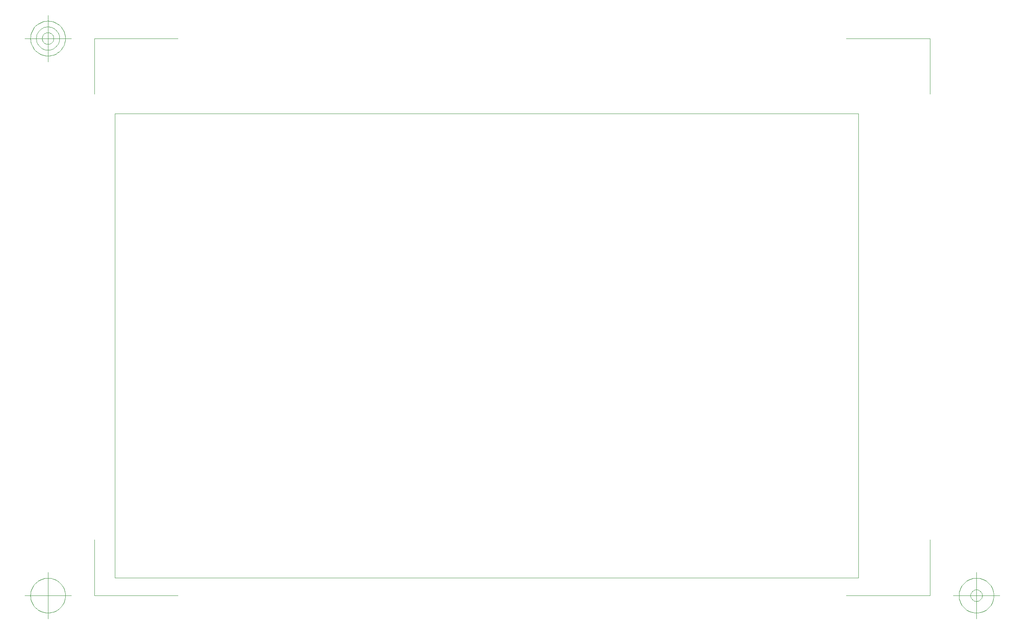
<source format=gbr>
G04 Generated by Ultiboard 10.0 *
%FSLAX25Y25*%
%MOIN*%

%ADD23C,0.00004*%
%ADD22C,0.00394*%


G04 ColorRGB 00FFFF for the following layer *
%LNLeiterplattenumriss*%
%LPD*%
%FSLAX25Y25*%
%MOIN*%
G54D23*
X0Y0D02*
X629921Y0D01*
X629921Y0D02*
X629921Y393701D01*
X629921Y393701D02*
X0Y393701D01*
X0Y393701D02*
X0Y0D01*
X0Y0D02*
X629921Y0D01*
X629921Y0D02*
X629921Y393701D01*
X629921Y393701D02*
X0Y393701D01*
X0Y393701D02*
X0Y0D01*
G54D22*
X-17512Y-14937D02*
X-17512Y32308D01*
X-17512Y-14937D02*
X53291Y-14937D01*
X690512Y-14937D02*
X619709Y-14937D01*
X690512Y-14937D02*
X690512Y32308D01*
X690512Y457512D02*
X690512Y410267D01*
X690512Y457512D02*
X619709Y457512D01*
X-17512Y457512D02*
X53291Y457512D01*
X-17512Y457512D02*
X-17512Y410267D01*
X-37197Y-14937D02*
X-76567Y-14937D01*
X-56882Y-34622D02*
X-56882Y4748D01*
X-42118Y-14937D02*
X-42189Y-13490D01*
X-42189Y-13490D02*
X-42402Y-12057D01*
X-42402Y-12057D02*
X-42754Y-10651D01*
X-42754Y-10651D02*
X-43242Y-9287D01*
X-43242Y-9287D02*
X-43861Y-7977D01*
X-43861Y-7977D02*
X-44606Y-6735D01*
X-44606Y-6735D02*
X-45469Y-5571D01*
X-45469Y-5571D02*
X-46442Y-4497D01*
X-46442Y-4497D02*
X-47516Y-3524D01*
X-47516Y-3524D02*
X-48680Y-2661D01*
X-48680Y-2661D02*
X-49922Y-1917D01*
X-49922Y-1917D02*
X-51232Y-1297D01*
X-51232Y-1297D02*
X-52596Y-809D01*
X-52596Y-809D02*
X-54002Y-457D01*
X-54002Y-457D02*
X-55435Y-244D01*
X-55435Y-244D02*
X-56882Y-173D01*
X-56882Y-173D02*
X-58329Y-244D01*
X-58329Y-244D02*
X-59762Y-457D01*
X-59762Y-457D02*
X-61168Y-809D01*
X-61168Y-809D02*
X-62532Y-1297D01*
X-62532Y-1297D02*
X-63841Y-1917D01*
X-63841Y-1917D02*
X-65084Y-2661D01*
X-65084Y-2661D02*
X-66248Y-3524D01*
X-66248Y-3524D02*
X-67321Y-4497D01*
X-67321Y-4497D02*
X-68294Y-5571D01*
X-68294Y-5571D02*
X-69158Y-6735D01*
X-69158Y-6735D02*
X-69902Y-7977D01*
X-69902Y-7977D02*
X-70522Y-9287D01*
X-70522Y-9287D02*
X-71010Y-10651D01*
X-71010Y-10651D02*
X-71362Y-12057D01*
X-71362Y-12057D02*
X-71575Y-13490D01*
X-71575Y-13490D02*
X-71646Y-14937D01*
X-71646Y-14937D02*
X-71575Y-16384D01*
X-71575Y-16384D02*
X-71362Y-17817D01*
X-71362Y-17817D02*
X-71010Y-19223D01*
X-71010Y-19223D02*
X-70522Y-20587D01*
X-70522Y-20587D02*
X-69902Y-21897D01*
X-69902Y-21897D02*
X-69158Y-23139D01*
X-69158Y-23139D02*
X-68294Y-24303D01*
X-68294Y-24303D02*
X-67321Y-25377D01*
X-67321Y-25377D02*
X-66248Y-26350D01*
X-66248Y-26350D02*
X-65084Y-27213D01*
X-65084Y-27213D02*
X-63841Y-27957D01*
X-63841Y-27957D02*
X-62532Y-28577D01*
X-62532Y-28577D02*
X-61168Y-29065D01*
X-61168Y-29065D02*
X-59762Y-29417D01*
X-59762Y-29417D02*
X-58329Y-29630D01*
X-58329Y-29630D02*
X-56882Y-29701D01*
X-56882Y-29701D02*
X-55435Y-29630D01*
X-55435Y-29630D02*
X-54002Y-29417D01*
X-54002Y-29417D02*
X-52596Y-29065D01*
X-52596Y-29065D02*
X-51232Y-28577D01*
X-51232Y-28577D02*
X-49922Y-27957D01*
X-49922Y-27957D02*
X-48680Y-27213D01*
X-48680Y-27213D02*
X-47516Y-26350D01*
X-47516Y-26350D02*
X-46442Y-25377D01*
X-46442Y-25377D02*
X-45469Y-24303D01*
X-45469Y-24303D02*
X-44606Y-23139D01*
X-44606Y-23139D02*
X-43861Y-21897D01*
X-43861Y-21897D02*
X-43242Y-20587D01*
X-43242Y-20587D02*
X-42754Y-19223D01*
X-42754Y-19223D02*
X-42402Y-17817D01*
X-42402Y-17817D02*
X-42189Y-16384D01*
X-42189Y-16384D02*
X-42118Y-14937D01*
X710197Y-14937D02*
X749567Y-14937D01*
X729882Y-34622D02*
X729882Y4748D01*
X744646Y-14937D02*
X744575Y-13490D01*
X744575Y-13490D02*
X744362Y-12057D01*
X744362Y-12057D02*
X744010Y-10651D01*
X744010Y-10651D02*
X743522Y-9287D01*
X743522Y-9287D02*
X742902Y-7977D01*
X742902Y-7977D02*
X742158Y-6735D01*
X742158Y-6735D02*
X741294Y-5571D01*
X741294Y-5571D02*
X740321Y-4497D01*
X740321Y-4497D02*
X739248Y-3524D01*
X739248Y-3524D02*
X738084Y-2661D01*
X738084Y-2661D02*
X736841Y-1917D01*
X736841Y-1917D02*
X735532Y-1297D01*
X735532Y-1297D02*
X734168Y-809D01*
X734168Y-809D02*
X732762Y-457D01*
X732762Y-457D02*
X731329Y-244D01*
X731329Y-244D02*
X729882Y-173D01*
X729882Y-173D02*
X728435Y-244D01*
X728435Y-244D02*
X727002Y-457D01*
X727002Y-457D02*
X725596Y-809D01*
X725596Y-809D02*
X724232Y-1297D01*
X724232Y-1297D02*
X722922Y-1917D01*
X722922Y-1917D02*
X721680Y-2661D01*
X721680Y-2661D02*
X720516Y-3524D01*
X720516Y-3524D02*
X719442Y-4497D01*
X719442Y-4497D02*
X718469Y-5571D01*
X718469Y-5571D02*
X717606Y-6735D01*
X717606Y-6735D02*
X716861Y-7977D01*
X716861Y-7977D02*
X716242Y-9287D01*
X716242Y-9287D02*
X715754Y-10651D01*
X715754Y-10651D02*
X715402Y-12057D01*
X715402Y-12057D02*
X715189Y-13490D01*
X715189Y-13490D02*
X715118Y-14937D01*
X715118Y-14937D02*
X715189Y-16384D01*
X715189Y-16384D02*
X715402Y-17817D01*
X715402Y-17817D02*
X715754Y-19223D01*
X715754Y-19223D02*
X716242Y-20587D01*
X716242Y-20587D02*
X716861Y-21897D01*
X716861Y-21897D02*
X717606Y-23139D01*
X717606Y-23139D02*
X718469Y-24303D01*
X718469Y-24303D02*
X719442Y-25377D01*
X719442Y-25377D02*
X720516Y-26350D01*
X720516Y-26350D02*
X721680Y-27213D01*
X721680Y-27213D02*
X722922Y-27957D01*
X722922Y-27957D02*
X724232Y-28577D01*
X724232Y-28577D02*
X725596Y-29065D01*
X725596Y-29065D02*
X727002Y-29417D01*
X727002Y-29417D02*
X728435Y-29630D01*
X728435Y-29630D02*
X729882Y-29701D01*
X729882Y-29701D02*
X731329Y-29630D01*
X731329Y-29630D02*
X732762Y-29417D01*
X732762Y-29417D02*
X734168Y-29065D01*
X734168Y-29065D02*
X735532Y-28577D01*
X735532Y-28577D02*
X736841Y-27957D01*
X736841Y-27957D02*
X738084Y-27213D01*
X738084Y-27213D02*
X739248Y-26350D01*
X739248Y-26350D02*
X740321Y-25377D01*
X740321Y-25377D02*
X741294Y-24303D01*
X741294Y-24303D02*
X742158Y-23139D01*
X742158Y-23139D02*
X742902Y-21897D01*
X742902Y-21897D02*
X743522Y-20587D01*
X743522Y-20587D02*
X744010Y-19223D01*
X744010Y-19223D02*
X744362Y-17817D01*
X744362Y-17817D02*
X744575Y-16384D01*
X744575Y-16384D02*
X744646Y-14937D01*
X734803Y-14937D02*
X734779Y-14455D01*
X734779Y-14455D02*
X734709Y-13977D01*
X734709Y-13977D02*
X734591Y-13508D01*
X734591Y-13508D02*
X734429Y-13054D01*
X734429Y-13054D02*
X734222Y-12617D01*
X734222Y-12617D02*
X733974Y-12203D01*
X733974Y-12203D02*
X733686Y-11815D01*
X733686Y-11815D02*
X733362Y-11457D01*
X733362Y-11457D02*
X733004Y-11133D01*
X733004Y-11133D02*
X732616Y-10845D01*
X732616Y-10845D02*
X732202Y-10597D01*
X732202Y-10597D02*
X731765Y-10390D01*
X731765Y-10390D02*
X731310Y-10228D01*
X731310Y-10228D02*
X730842Y-10110D01*
X730842Y-10110D02*
X730364Y-10039D01*
X730364Y-10039D02*
X729882Y-10016D01*
X729882Y-10016D02*
X729400Y-10039D01*
X729400Y-10039D02*
X728922Y-10110D01*
X728922Y-10110D02*
X728453Y-10228D01*
X728453Y-10228D02*
X727999Y-10390D01*
X727999Y-10390D02*
X727562Y-10597D01*
X727562Y-10597D02*
X727148Y-10845D01*
X727148Y-10845D02*
X726760Y-11133D01*
X726760Y-11133D02*
X726402Y-11457D01*
X726402Y-11457D02*
X726078Y-11815D01*
X726078Y-11815D02*
X725790Y-12203D01*
X725790Y-12203D02*
X725542Y-12617D01*
X725542Y-12617D02*
X725335Y-13054D01*
X725335Y-13054D02*
X725173Y-13508D01*
X725173Y-13508D02*
X725055Y-13977D01*
X725055Y-13977D02*
X724984Y-14455D01*
X724984Y-14455D02*
X724961Y-14937D01*
X724961Y-14937D02*
X724984Y-15419D01*
X724984Y-15419D02*
X725055Y-15897D01*
X725055Y-15897D02*
X725173Y-16366D01*
X725173Y-16366D02*
X725335Y-16820D01*
X725335Y-16820D02*
X725542Y-17257D01*
X725542Y-17257D02*
X725790Y-17671D01*
X725790Y-17671D02*
X726078Y-18059D01*
X726078Y-18059D02*
X726402Y-18417D01*
X726402Y-18417D02*
X726760Y-18741D01*
X726760Y-18741D02*
X727148Y-19029D01*
X727148Y-19029D02*
X727562Y-19277D01*
X727562Y-19277D02*
X727999Y-19484D01*
X727999Y-19484D02*
X728453Y-19646D01*
X728453Y-19646D02*
X728922Y-19764D01*
X728922Y-19764D02*
X729400Y-19835D01*
X729400Y-19835D02*
X729882Y-19858D01*
X729882Y-19858D02*
X730364Y-19835D01*
X730364Y-19835D02*
X730842Y-19764D01*
X730842Y-19764D02*
X731310Y-19646D01*
X731310Y-19646D02*
X731765Y-19484D01*
X731765Y-19484D02*
X732202Y-19277D01*
X732202Y-19277D02*
X732616Y-19029D01*
X732616Y-19029D02*
X733004Y-18741D01*
X733004Y-18741D02*
X733362Y-18417D01*
X733362Y-18417D02*
X733686Y-18059D01*
X733686Y-18059D02*
X733974Y-17671D01*
X733974Y-17671D02*
X734222Y-17257D01*
X734222Y-17257D02*
X734429Y-16820D01*
X734429Y-16820D02*
X734591Y-16366D01*
X734591Y-16366D02*
X734709Y-15897D01*
X734709Y-15897D02*
X734779Y-15419D01*
X734779Y-15419D02*
X734803Y-14937D01*
X-37197Y457512D02*
X-76567Y457512D01*
X-56882Y437827D02*
X-56882Y477197D01*
X-42118Y457512D02*
X-42189Y458959D01*
X-42189Y458959D02*
X-42402Y460392D01*
X-42402Y460392D02*
X-42754Y461798D01*
X-42754Y461798D02*
X-43242Y463162D01*
X-43242Y463162D02*
X-43861Y464471D01*
X-43861Y464471D02*
X-44606Y465714D01*
X-44606Y465714D02*
X-45469Y466878D01*
X-45469Y466878D02*
X-46442Y467951D01*
X-46442Y467951D02*
X-47516Y468924D01*
X-47516Y468924D02*
X-48680Y469787D01*
X-48680Y469787D02*
X-49922Y470532D01*
X-49922Y470532D02*
X-51232Y471152D01*
X-51232Y471152D02*
X-52596Y471640D01*
X-52596Y471640D02*
X-54002Y471992D01*
X-54002Y471992D02*
X-55435Y472205D01*
X-55435Y472205D02*
X-56882Y472276D01*
X-56882Y472276D02*
X-58329Y472205D01*
X-58329Y472205D02*
X-59762Y471992D01*
X-59762Y471992D02*
X-61168Y471640D01*
X-61168Y471640D02*
X-62532Y471152D01*
X-62532Y471152D02*
X-63841Y470532D01*
X-63841Y470532D02*
X-65084Y469787D01*
X-65084Y469787D02*
X-66248Y468924D01*
X-66248Y468924D02*
X-67321Y467951D01*
X-67321Y467951D02*
X-68294Y466878D01*
X-68294Y466878D02*
X-69158Y465714D01*
X-69158Y465714D02*
X-69902Y464471D01*
X-69902Y464471D02*
X-70522Y463162D01*
X-70522Y463162D02*
X-71010Y461798D01*
X-71010Y461798D02*
X-71362Y460392D01*
X-71362Y460392D02*
X-71575Y458959D01*
X-71575Y458959D02*
X-71646Y457512D01*
X-71646Y457512D02*
X-71575Y456065D01*
X-71575Y456065D02*
X-71362Y454632D01*
X-71362Y454632D02*
X-71010Y453226D01*
X-71010Y453226D02*
X-70522Y451862D01*
X-70522Y451862D02*
X-69902Y450552D01*
X-69902Y450552D02*
X-69158Y449310D01*
X-69158Y449310D02*
X-68294Y448146D01*
X-68294Y448146D02*
X-67321Y447072D01*
X-67321Y447072D02*
X-66248Y446099D01*
X-66248Y446099D02*
X-65084Y445236D01*
X-65084Y445236D02*
X-63841Y444491D01*
X-63841Y444491D02*
X-62532Y443872D01*
X-62532Y443872D02*
X-61168Y443384D01*
X-61168Y443384D02*
X-59762Y443032D01*
X-59762Y443032D02*
X-58329Y442819D01*
X-58329Y442819D02*
X-56882Y442748D01*
X-56882Y442748D02*
X-55435Y442819D01*
X-55435Y442819D02*
X-54002Y443032D01*
X-54002Y443032D02*
X-52596Y443384D01*
X-52596Y443384D02*
X-51232Y443872D01*
X-51232Y443872D02*
X-49922Y444491D01*
X-49922Y444491D02*
X-48680Y445236D01*
X-48680Y445236D02*
X-47516Y446099D01*
X-47516Y446099D02*
X-46442Y447072D01*
X-46442Y447072D02*
X-45469Y448146D01*
X-45469Y448146D02*
X-44606Y449310D01*
X-44606Y449310D02*
X-43861Y450552D01*
X-43861Y450552D02*
X-43242Y451862D01*
X-43242Y451862D02*
X-42754Y453226D01*
X-42754Y453226D02*
X-42402Y454632D01*
X-42402Y454632D02*
X-42189Y456065D01*
X-42189Y456065D02*
X-42118Y457512D01*
X-47039Y457512D02*
X-47087Y458477D01*
X-47087Y458477D02*
X-47228Y459432D01*
X-47228Y459432D02*
X-47463Y460369D01*
X-47463Y460369D02*
X-47789Y461278D01*
X-47789Y461278D02*
X-48202Y462152D01*
X-48202Y462152D02*
X-48698Y462980D01*
X-48698Y462980D02*
X-49274Y463756D01*
X-49274Y463756D02*
X-49922Y464472D01*
X-49922Y464472D02*
X-50638Y465120D01*
X-50638Y465120D02*
X-51414Y465696D01*
X-51414Y465696D02*
X-52242Y466192D01*
X-52242Y466192D02*
X-53115Y466605D01*
X-53115Y466605D02*
X-54025Y466931D01*
X-54025Y466931D02*
X-54962Y467165D01*
X-54962Y467165D02*
X-55917Y467307D01*
X-55917Y467307D02*
X-56882Y467354D01*
X-56882Y467354D02*
X-57847Y467307D01*
X-57847Y467307D02*
X-58802Y467165D01*
X-58802Y467165D02*
X-59739Y466931D01*
X-59739Y466931D02*
X-60648Y466605D01*
X-60648Y466605D02*
X-61522Y466192D01*
X-61522Y466192D02*
X-62350Y465696D01*
X-62350Y465696D02*
X-63126Y465120D01*
X-63126Y465120D02*
X-63842Y464472D01*
X-63842Y464472D02*
X-64490Y463756D01*
X-64490Y463756D02*
X-65066Y462980D01*
X-65066Y462980D02*
X-65562Y462152D01*
X-65562Y462152D02*
X-65975Y461278D01*
X-65975Y461278D02*
X-66301Y460369D01*
X-66301Y460369D02*
X-66535Y459432D01*
X-66535Y459432D02*
X-66677Y458477D01*
X-66677Y458477D02*
X-66724Y457512D01*
X-66724Y457512D02*
X-66677Y456547D01*
X-66677Y456547D02*
X-66535Y455592D01*
X-66535Y455592D02*
X-66301Y454655D01*
X-66301Y454655D02*
X-65975Y453745D01*
X-65975Y453745D02*
X-65562Y452872D01*
X-65562Y452872D02*
X-65066Y452044D01*
X-65066Y452044D02*
X-64490Y451268D01*
X-64490Y451268D02*
X-63842Y450552D01*
X-63842Y450552D02*
X-63126Y449903D01*
X-63126Y449903D02*
X-62350Y449328D01*
X-62350Y449328D02*
X-61522Y448831D01*
X-61522Y448831D02*
X-60648Y448419D01*
X-60648Y448419D02*
X-59739Y448093D01*
X-59739Y448093D02*
X-58802Y447858D01*
X-58802Y447858D02*
X-57847Y447717D01*
X-57847Y447717D02*
X-56882Y447669D01*
X-56882Y447669D02*
X-55917Y447717D01*
X-55917Y447717D02*
X-54962Y447858D01*
X-54962Y447858D02*
X-54025Y448093D01*
X-54025Y448093D02*
X-53115Y448419D01*
X-53115Y448419D02*
X-52242Y448831D01*
X-52242Y448831D02*
X-51414Y449328D01*
X-51414Y449328D02*
X-50638Y449903D01*
X-50638Y449903D02*
X-49922Y450552D01*
X-49922Y450552D02*
X-49274Y451268D01*
X-49274Y451268D02*
X-48698Y452044D01*
X-48698Y452044D02*
X-48202Y452872D01*
X-48202Y452872D02*
X-47789Y453745D01*
X-47789Y453745D02*
X-47463Y454655D01*
X-47463Y454655D02*
X-47228Y455592D01*
X-47228Y455592D02*
X-47087Y456547D01*
X-47087Y456547D02*
X-47039Y457512D01*
X-51961Y457512D02*
X-51984Y457994D01*
X-51984Y457994D02*
X-52055Y458472D01*
X-52055Y458472D02*
X-52173Y458940D01*
X-52173Y458940D02*
X-52335Y459395D01*
X-52335Y459395D02*
X-52542Y459832D01*
X-52542Y459832D02*
X-52790Y460246D01*
X-52790Y460246D02*
X-53078Y460634D01*
X-53078Y460634D02*
X-53402Y460992D01*
X-53402Y460992D02*
X-53760Y461316D01*
X-53760Y461316D02*
X-54148Y461604D01*
X-54148Y461604D02*
X-54562Y461852D01*
X-54562Y461852D02*
X-54999Y462058D01*
X-54999Y462058D02*
X-55453Y462221D01*
X-55453Y462221D02*
X-55922Y462339D01*
X-55922Y462339D02*
X-56400Y462409D01*
X-56400Y462409D02*
X-56882Y462433D01*
X-56882Y462433D02*
X-57364Y462409D01*
X-57364Y462409D02*
X-57842Y462339D01*
X-57842Y462339D02*
X-58310Y462221D01*
X-58310Y462221D02*
X-58765Y462058D01*
X-58765Y462058D02*
X-59202Y461852D01*
X-59202Y461852D02*
X-59616Y461604D01*
X-59616Y461604D02*
X-60004Y461316D01*
X-60004Y461316D02*
X-60362Y460992D01*
X-60362Y460992D02*
X-60686Y460634D01*
X-60686Y460634D02*
X-60974Y460246D01*
X-60974Y460246D02*
X-61222Y459832D01*
X-61222Y459832D02*
X-61429Y459395D01*
X-61429Y459395D02*
X-61591Y458940D01*
X-61591Y458940D02*
X-61709Y458472D01*
X-61709Y458472D02*
X-61779Y457994D01*
X-61779Y457994D02*
X-61803Y457512D01*
X-61803Y457512D02*
X-61779Y457029D01*
X-61779Y457029D02*
X-61709Y456552D01*
X-61709Y456552D02*
X-61591Y456083D01*
X-61591Y456083D02*
X-61429Y455629D01*
X-61429Y455629D02*
X-61222Y455192D01*
X-61222Y455192D02*
X-60974Y454778D01*
X-60974Y454778D02*
X-60686Y454390D01*
X-60686Y454390D02*
X-60362Y454032D01*
X-60362Y454032D02*
X-60004Y453708D01*
X-60004Y453708D02*
X-59616Y453420D01*
X-59616Y453420D02*
X-59202Y453172D01*
X-59202Y453172D02*
X-58765Y452965D01*
X-58765Y452965D02*
X-58310Y452802D01*
X-58310Y452802D02*
X-57842Y452685D01*
X-57842Y452685D02*
X-57364Y452614D01*
X-57364Y452614D02*
X-56882Y452591D01*
X-56882Y452591D02*
X-56400Y452614D01*
X-56400Y452614D02*
X-55922Y452685D01*
X-55922Y452685D02*
X-55453Y452802D01*
X-55453Y452802D02*
X-54999Y452965D01*
X-54999Y452965D02*
X-54562Y453172D01*
X-54562Y453172D02*
X-54148Y453420D01*
X-54148Y453420D02*
X-53760Y453708D01*
X-53760Y453708D02*
X-53402Y454032D01*
X-53402Y454032D02*
X-53078Y454390D01*
X-53078Y454390D02*
X-52790Y454778D01*
X-52790Y454778D02*
X-52542Y455192D01*
X-52542Y455192D02*
X-52335Y455629D01*
X-52335Y455629D02*
X-52173Y456083D01*
X-52173Y456083D02*
X-52055Y456552D01*
X-52055Y456552D02*
X-51984Y457029D01*
X-51984Y457029D02*
X-51961Y457512D01*
X-17512Y-14937D02*
X-17512Y32308D01*
X-17512Y-14937D02*
X53291Y-14937D01*
X690512Y-14937D02*
X619709Y-14937D01*
X690512Y-14937D02*
X690512Y32308D01*
X690512Y457512D02*
X690512Y410267D01*
X690512Y457512D02*
X619709Y457512D01*
X-17512Y457512D02*
X53291Y457512D01*
X-17512Y457512D02*
X-17512Y410267D01*
X-37197Y-14937D02*
X-76567Y-14937D01*
X-56882Y-34622D02*
X-56882Y4748D01*
X-42118Y-14937D02*
X-42189Y-13490D01*
X-42189Y-13490D02*
X-42402Y-12057D01*
X-42402Y-12057D02*
X-42754Y-10651D01*
X-42754Y-10651D02*
X-43242Y-9287D01*
X-43242Y-9287D02*
X-43861Y-7977D01*
X-43861Y-7977D02*
X-44606Y-6735D01*
X-44606Y-6735D02*
X-45469Y-5571D01*
X-45469Y-5571D02*
X-46442Y-4497D01*
X-46442Y-4497D02*
X-47516Y-3524D01*
X-47516Y-3524D02*
X-48680Y-2661D01*
X-48680Y-2661D02*
X-49922Y-1917D01*
X-49922Y-1917D02*
X-51232Y-1297D01*
X-51232Y-1297D02*
X-52596Y-809D01*
X-52596Y-809D02*
X-54002Y-457D01*
X-54002Y-457D02*
X-55435Y-244D01*
X-55435Y-244D02*
X-56882Y-173D01*
X-56882Y-173D02*
X-58329Y-244D01*
X-58329Y-244D02*
X-59762Y-457D01*
X-59762Y-457D02*
X-61168Y-809D01*
X-61168Y-809D02*
X-62532Y-1297D01*
X-62532Y-1297D02*
X-63841Y-1917D01*
X-63841Y-1917D02*
X-65084Y-2661D01*
X-65084Y-2661D02*
X-66248Y-3524D01*
X-66248Y-3524D02*
X-67321Y-4497D01*
X-67321Y-4497D02*
X-68294Y-5571D01*
X-68294Y-5571D02*
X-69158Y-6735D01*
X-69158Y-6735D02*
X-69902Y-7977D01*
X-69902Y-7977D02*
X-70522Y-9287D01*
X-70522Y-9287D02*
X-71010Y-10651D01*
X-71010Y-10651D02*
X-71362Y-12057D01*
X-71362Y-12057D02*
X-71575Y-13490D01*
X-71575Y-13490D02*
X-71646Y-14937D01*
X-71646Y-14937D02*
X-71575Y-16384D01*
X-71575Y-16384D02*
X-71362Y-17817D01*
X-71362Y-17817D02*
X-71010Y-19223D01*
X-71010Y-19223D02*
X-70522Y-20587D01*
X-70522Y-20587D02*
X-69902Y-21897D01*
X-69902Y-21897D02*
X-69158Y-23139D01*
X-69158Y-23139D02*
X-68294Y-24303D01*
X-68294Y-24303D02*
X-67321Y-25377D01*
X-67321Y-25377D02*
X-66248Y-26350D01*
X-66248Y-26350D02*
X-65084Y-27213D01*
X-65084Y-27213D02*
X-63841Y-27957D01*
X-63841Y-27957D02*
X-62532Y-28577D01*
X-62532Y-28577D02*
X-61168Y-29065D01*
X-61168Y-29065D02*
X-59762Y-29417D01*
X-59762Y-29417D02*
X-58329Y-29630D01*
X-58329Y-29630D02*
X-56882Y-29701D01*
X-56882Y-29701D02*
X-55435Y-29630D01*
X-55435Y-29630D02*
X-54002Y-29417D01*
X-54002Y-29417D02*
X-52596Y-29065D01*
X-52596Y-29065D02*
X-51232Y-28577D01*
X-51232Y-28577D02*
X-49922Y-27957D01*
X-49922Y-27957D02*
X-48680Y-27213D01*
X-48680Y-27213D02*
X-47516Y-26350D01*
X-47516Y-26350D02*
X-46442Y-25377D01*
X-46442Y-25377D02*
X-45469Y-24303D01*
X-45469Y-24303D02*
X-44606Y-23139D01*
X-44606Y-23139D02*
X-43861Y-21897D01*
X-43861Y-21897D02*
X-43242Y-20587D01*
X-43242Y-20587D02*
X-42754Y-19223D01*
X-42754Y-19223D02*
X-42402Y-17817D01*
X-42402Y-17817D02*
X-42189Y-16384D01*
X-42189Y-16384D02*
X-42118Y-14937D01*
X710197Y-14937D02*
X749567Y-14937D01*
X729882Y-34622D02*
X729882Y4748D01*
X744646Y-14937D02*
X744575Y-13490D01*
X744575Y-13490D02*
X744362Y-12057D01*
X744362Y-12057D02*
X744010Y-10651D01*
X744010Y-10651D02*
X743522Y-9287D01*
X743522Y-9287D02*
X742902Y-7977D01*
X742902Y-7977D02*
X742158Y-6735D01*
X742158Y-6735D02*
X741294Y-5571D01*
X741294Y-5571D02*
X740321Y-4497D01*
X740321Y-4497D02*
X739248Y-3524D01*
X739248Y-3524D02*
X738084Y-2661D01*
X738084Y-2661D02*
X736841Y-1917D01*
X736841Y-1917D02*
X735532Y-1297D01*
X735532Y-1297D02*
X734168Y-809D01*
X734168Y-809D02*
X732762Y-457D01*
X732762Y-457D02*
X731329Y-244D01*
X731329Y-244D02*
X729882Y-173D01*
X729882Y-173D02*
X728435Y-244D01*
X728435Y-244D02*
X727002Y-457D01*
X727002Y-457D02*
X725596Y-809D01*
X725596Y-809D02*
X724232Y-1297D01*
X724232Y-1297D02*
X722922Y-1917D01*
X722922Y-1917D02*
X721680Y-2661D01*
X721680Y-2661D02*
X720516Y-3524D01*
X720516Y-3524D02*
X719442Y-4497D01*
X719442Y-4497D02*
X718469Y-5571D01*
X718469Y-5571D02*
X717606Y-6735D01*
X717606Y-6735D02*
X716861Y-7977D01*
X716861Y-7977D02*
X716242Y-9287D01*
X716242Y-9287D02*
X715754Y-10651D01*
X715754Y-10651D02*
X715402Y-12057D01*
X715402Y-12057D02*
X715189Y-13490D01*
X715189Y-13490D02*
X715118Y-14937D01*
X715118Y-14937D02*
X715189Y-16384D01*
X715189Y-16384D02*
X715402Y-17817D01*
X715402Y-17817D02*
X715754Y-19223D01*
X715754Y-19223D02*
X716242Y-20587D01*
X716242Y-20587D02*
X716861Y-21897D01*
X716861Y-21897D02*
X717606Y-23139D01*
X717606Y-23139D02*
X718469Y-24303D01*
X718469Y-24303D02*
X719442Y-25377D01*
X719442Y-25377D02*
X720516Y-26350D01*
X720516Y-26350D02*
X721680Y-27213D01*
X721680Y-27213D02*
X722922Y-27957D01*
X722922Y-27957D02*
X724232Y-28577D01*
X724232Y-28577D02*
X725596Y-29065D01*
X725596Y-29065D02*
X727002Y-29417D01*
X727002Y-29417D02*
X728435Y-29630D01*
X728435Y-29630D02*
X729882Y-29701D01*
X729882Y-29701D02*
X731329Y-29630D01*
X731329Y-29630D02*
X732762Y-29417D01*
X732762Y-29417D02*
X734168Y-29065D01*
X734168Y-29065D02*
X735532Y-28577D01*
X735532Y-28577D02*
X736841Y-27957D01*
X736841Y-27957D02*
X738084Y-27213D01*
X738084Y-27213D02*
X739248Y-26350D01*
X739248Y-26350D02*
X740321Y-25377D01*
X740321Y-25377D02*
X741294Y-24303D01*
X741294Y-24303D02*
X742158Y-23139D01*
X742158Y-23139D02*
X742902Y-21897D01*
X742902Y-21897D02*
X743522Y-20587D01*
X743522Y-20587D02*
X744010Y-19223D01*
X744010Y-19223D02*
X744362Y-17817D01*
X744362Y-17817D02*
X744575Y-16384D01*
X744575Y-16384D02*
X744646Y-14937D01*
X734803Y-14937D02*
X734779Y-14455D01*
X734779Y-14455D02*
X734709Y-13977D01*
X734709Y-13977D02*
X734591Y-13508D01*
X734591Y-13508D02*
X734429Y-13054D01*
X734429Y-13054D02*
X734222Y-12617D01*
X734222Y-12617D02*
X733974Y-12203D01*
X733974Y-12203D02*
X733686Y-11815D01*
X733686Y-11815D02*
X733362Y-11457D01*
X733362Y-11457D02*
X733004Y-11133D01*
X733004Y-11133D02*
X732616Y-10845D01*
X732616Y-10845D02*
X732202Y-10597D01*
X732202Y-10597D02*
X731765Y-10390D01*
X731765Y-10390D02*
X731310Y-10228D01*
X731310Y-10228D02*
X730842Y-10110D01*
X730842Y-10110D02*
X730364Y-10039D01*
X730364Y-10039D02*
X729882Y-10016D01*
X729882Y-10016D02*
X729400Y-10039D01*
X729400Y-10039D02*
X728922Y-10110D01*
X728922Y-10110D02*
X728453Y-10228D01*
X728453Y-10228D02*
X727999Y-10390D01*
X727999Y-10390D02*
X727562Y-10597D01*
X727562Y-10597D02*
X727148Y-10845D01*
X727148Y-10845D02*
X726760Y-11133D01*
X726760Y-11133D02*
X726402Y-11457D01*
X726402Y-11457D02*
X726078Y-11815D01*
X726078Y-11815D02*
X725790Y-12203D01*
X725790Y-12203D02*
X725542Y-12617D01*
X725542Y-12617D02*
X725335Y-13054D01*
X725335Y-13054D02*
X725173Y-13508D01*
X725173Y-13508D02*
X725055Y-13977D01*
X725055Y-13977D02*
X724984Y-14455D01*
X724984Y-14455D02*
X724961Y-14937D01*
X724961Y-14937D02*
X724984Y-15419D01*
X724984Y-15419D02*
X725055Y-15897D01*
X725055Y-15897D02*
X725173Y-16366D01*
X725173Y-16366D02*
X725335Y-16820D01*
X725335Y-16820D02*
X725542Y-17257D01*
X725542Y-17257D02*
X725790Y-17671D01*
X725790Y-17671D02*
X726078Y-18059D01*
X726078Y-18059D02*
X726402Y-18417D01*
X726402Y-18417D02*
X726760Y-18741D01*
X726760Y-18741D02*
X727148Y-19029D01*
X727148Y-19029D02*
X727562Y-19277D01*
X727562Y-19277D02*
X727999Y-19484D01*
X727999Y-19484D02*
X728453Y-19646D01*
X728453Y-19646D02*
X728922Y-19764D01*
X728922Y-19764D02*
X729400Y-19835D01*
X729400Y-19835D02*
X729882Y-19858D01*
X729882Y-19858D02*
X730364Y-19835D01*
X730364Y-19835D02*
X730842Y-19764D01*
X730842Y-19764D02*
X731310Y-19646D01*
X731310Y-19646D02*
X731765Y-19484D01*
X731765Y-19484D02*
X732202Y-19277D01*
X732202Y-19277D02*
X732616Y-19029D01*
X732616Y-19029D02*
X733004Y-18741D01*
X733004Y-18741D02*
X733362Y-18417D01*
X733362Y-18417D02*
X733686Y-18059D01*
X733686Y-18059D02*
X733974Y-17671D01*
X733974Y-17671D02*
X734222Y-17257D01*
X734222Y-17257D02*
X734429Y-16820D01*
X734429Y-16820D02*
X734591Y-16366D01*
X734591Y-16366D02*
X734709Y-15897D01*
X734709Y-15897D02*
X734779Y-15419D01*
X734779Y-15419D02*
X734803Y-14937D01*
X-37197Y457512D02*
X-76567Y457512D01*
X-56882Y437827D02*
X-56882Y477197D01*
X-42118Y457512D02*
X-42189Y458959D01*
X-42189Y458959D02*
X-42402Y460392D01*
X-42402Y460392D02*
X-42754Y461798D01*
X-42754Y461798D02*
X-43242Y463162D01*
X-43242Y463162D02*
X-43861Y464471D01*
X-43861Y464471D02*
X-44606Y465714D01*
X-44606Y465714D02*
X-45469Y466878D01*
X-45469Y466878D02*
X-46442Y467951D01*
X-46442Y467951D02*
X-47516Y468924D01*
X-47516Y468924D02*
X-48680Y469787D01*
X-48680Y469787D02*
X-49922Y470532D01*
X-49922Y470532D02*
X-51232Y471152D01*
X-51232Y471152D02*
X-52596Y471640D01*
X-52596Y471640D02*
X-54002Y471992D01*
X-54002Y471992D02*
X-55435Y472205D01*
X-55435Y472205D02*
X-56882Y472276D01*
X-56882Y472276D02*
X-58329Y472205D01*
X-58329Y472205D02*
X-59762Y471992D01*
X-59762Y471992D02*
X-61168Y471640D01*
X-61168Y471640D02*
X-62532Y471152D01*
X-62532Y471152D02*
X-63841Y470532D01*
X-63841Y470532D02*
X-65084Y469787D01*
X-65084Y469787D02*
X-66248Y468924D01*
X-66248Y468924D02*
X-67321Y467951D01*
X-67321Y467951D02*
X-68294Y466878D01*
X-68294Y466878D02*
X-69158Y465714D01*
X-69158Y465714D02*
X-69902Y464471D01*
X-69902Y464471D02*
X-70522Y463162D01*
X-70522Y463162D02*
X-71010Y461798D01*
X-71010Y461798D02*
X-71362Y460392D01*
X-71362Y460392D02*
X-71575Y458959D01*
X-71575Y458959D02*
X-71646Y457512D01*
X-71646Y457512D02*
X-71575Y456065D01*
X-71575Y456065D02*
X-71362Y454632D01*
X-71362Y454632D02*
X-71010Y453226D01*
X-71010Y453226D02*
X-70522Y451862D01*
X-70522Y451862D02*
X-69902Y450552D01*
X-69902Y450552D02*
X-69158Y449310D01*
X-69158Y449310D02*
X-68294Y448146D01*
X-68294Y448146D02*
X-67321Y447072D01*
X-67321Y447072D02*
X-66248Y446099D01*
X-66248Y446099D02*
X-65084Y445236D01*
X-65084Y445236D02*
X-63841Y444491D01*
X-63841Y444491D02*
X-62532Y443872D01*
X-62532Y443872D02*
X-61168Y443384D01*
X-61168Y443384D02*
X-59762Y443032D01*
X-59762Y443032D02*
X-58329Y442819D01*
X-58329Y442819D02*
X-56882Y442748D01*
X-56882Y442748D02*
X-55435Y442819D01*
X-55435Y442819D02*
X-54002Y443032D01*
X-54002Y443032D02*
X-52596Y443384D01*
X-52596Y443384D02*
X-51232Y443872D01*
X-51232Y443872D02*
X-49922Y444491D01*
X-49922Y444491D02*
X-48680Y445236D01*
X-48680Y445236D02*
X-47516Y446099D01*
X-47516Y446099D02*
X-46442Y447072D01*
X-46442Y447072D02*
X-45469Y448146D01*
X-45469Y448146D02*
X-44606Y449310D01*
X-44606Y449310D02*
X-43861Y450552D01*
X-43861Y450552D02*
X-43242Y451862D01*
X-43242Y451862D02*
X-42754Y453226D01*
X-42754Y453226D02*
X-42402Y454632D01*
X-42402Y454632D02*
X-42189Y456065D01*
X-42189Y456065D02*
X-42118Y457512D01*
X-47039Y457512D02*
X-47087Y458477D01*
X-47087Y458477D02*
X-47228Y459432D01*
X-47228Y459432D02*
X-47463Y460369D01*
X-47463Y460369D02*
X-47789Y461278D01*
X-47789Y461278D02*
X-48202Y462152D01*
X-48202Y462152D02*
X-48698Y462980D01*
X-48698Y462980D02*
X-49274Y463756D01*
X-49274Y463756D02*
X-49922Y464472D01*
X-49922Y464472D02*
X-50638Y465120D01*
X-50638Y465120D02*
X-51414Y465696D01*
X-51414Y465696D02*
X-52242Y466192D01*
X-52242Y466192D02*
X-53115Y466605D01*
X-53115Y466605D02*
X-54025Y466931D01*
X-54025Y466931D02*
X-54962Y467165D01*
X-54962Y467165D02*
X-55917Y467307D01*
X-55917Y467307D02*
X-56882Y467354D01*
X-56882Y467354D02*
X-57847Y467307D01*
X-57847Y467307D02*
X-58802Y467165D01*
X-58802Y467165D02*
X-59739Y466931D01*
X-59739Y466931D02*
X-60648Y466605D01*
X-60648Y466605D02*
X-61522Y466192D01*
X-61522Y466192D02*
X-62350Y465696D01*
X-62350Y465696D02*
X-63126Y465120D01*
X-63126Y465120D02*
X-63842Y464472D01*
X-63842Y464472D02*
X-64490Y463756D01*
X-64490Y463756D02*
X-65066Y462980D01*
X-65066Y462980D02*
X-65562Y462152D01*
X-65562Y462152D02*
X-65975Y461278D01*
X-65975Y461278D02*
X-66301Y460369D01*
X-66301Y460369D02*
X-66535Y459432D01*
X-66535Y459432D02*
X-66677Y458477D01*
X-66677Y458477D02*
X-66724Y457512D01*
X-66724Y457512D02*
X-66677Y456547D01*
X-66677Y456547D02*
X-66535Y455592D01*
X-66535Y455592D02*
X-66301Y454655D01*
X-66301Y454655D02*
X-65975Y453745D01*
X-65975Y453745D02*
X-65562Y452872D01*
X-65562Y452872D02*
X-65066Y452044D01*
X-65066Y452044D02*
X-64490Y451268D01*
X-64490Y451268D02*
X-63842Y450552D01*
X-63842Y450552D02*
X-63126Y449903D01*
X-63126Y449903D02*
X-62350Y449328D01*
X-62350Y449328D02*
X-61522Y448831D01*
X-61522Y448831D02*
X-60648Y448419D01*
X-60648Y448419D02*
X-59739Y448093D01*
X-59739Y448093D02*
X-58802Y447858D01*
X-58802Y447858D02*
X-57847Y447717D01*
X-57847Y447717D02*
X-56882Y447669D01*
X-56882Y447669D02*
X-55917Y447717D01*
X-55917Y447717D02*
X-54962Y447858D01*
X-54962Y447858D02*
X-54025Y448093D01*
X-54025Y448093D02*
X-53115Y448419D01*
X-53115Y448419D02*
X-52242Y448831D01*
X-52242Y448831D02*
X-51414Y449328D01*
X-51414Y449328D02*
X-50638Y449903D01*
X-50638Y449903D02*
X-49922Y450552D01*
X-49922Y450552D02*
X-49274Y451268D01*
X-49274Y451268D02*
X-48698Y452044D01*
X-48698Y452044D02*
X-48202Y452872D01*
X-48202Y452872D02*
X-47789Y453745D01*
X-47789Y453745D02*
X-47463Y454655D01*
X-47463Y454655D02*
X-47228Y455592D01*
X-47228Y455592D02*
X-47087Y456547D01*
X-47087Y456547D02*
X-47039Y457512D01*
X-51961Y457512D02*
X-51984Y457994D01*
X-51984Y457994D02*
X-52055Y458472D01*
X-52055Y458472D02*
X-52173Y458940D01*
X-52173Y458940D02*
X-52335Y459395D01*
X-52335Y459395D02*
X-52542Y459832D01*
X-52542Y459832D02*
X-52790Y460246D01*
X-52790Y460246D02*
X-53078Y460634D01*
X-53078Y460634D02*
X-53402Y460992D01*
X-53402Y460992D02*
X-53760Y461316D01*
X-53760Y461316D02*
X-54148Y461604D01*
X-54148Y461604D02*
X-54562Y461852D01*
X-54562Y461852D02*
X-54999Y462058D01*
X-54999Y462058D02*
X-55453Y462221D01*
X-55453Y462221D02*
X-55922Y462339D01*
X-55922Y462339D02*
X-56400Y462409D01*
X-56400Y462409D02*
X-56882Y462433D01*
X-56882Y462433D02*
X-57364Y462409D01*
X-57364Y462409D02*
X-57842Y462339D01*
X-57842Y462339D02*
X-58310Y462221D01*
X-58310Y462221D02*
X-58765Y462058D01*
X-58765Y462058D02*
X-59202Y461852D01*
X-59202Y461852D02*
X-59616Y461604D01*
X-59616Y461604D02*
X-60004Y461316D01*
X-60004Y461316D02*
X-60362Y460992D01*
X-60362Y460992D02*
X-60686Y460634D01*
X-60686Y460634D02*
X-60974Y460246D01*
X-60974Y460246D02*
X-61222Y459832D01*
X-61222Y459832D02*
X-61429Y459395D01*
X-61429Y459395D02*
X-61591Y458940D01*
X-61591Y458940D02*
X-61709Y458472D01*
X-61709Y458472D02*
X-61779Y457994D01*
X-61779Y457994D02*
X-61803Y457512D01*
X-61803Y457512D02*
X-61779Y457029D01*
X-61779Y457029D02*
X-61709Y456552D01*
X-61709Y456552D02*
X-61591Y456083D01*
X-61591Y456083D02*
X-61429Y455629D01*
X-61429Y455629D02*
X-61222Y455192D01*
X-61222Y455192D02*
X-60974Y454778D01*
X-60974Y454778D02*
X-60686Y454390D01*
X-60686Y454390D02*
X-60362Y454032D01*
X-60362Y454032D02*
X-60004Y453708D01*
X-60004Y453708D02*
X-59616Y453420D01*
X-59616Y453420D02*
X-59202Y453172D01*
X-59202Y453172D02*
X-58765Y452965D01*
X-58765Y452965D02*
X-58310Y452802D01*
X-58310Y452802D02*
X-57842Y452685D01*
X-57842Y452685D02*
X-57364Y452614D01*
X-57364Y452614D02*
X-56882Y452591D01*
X-56882Y452591D02*
X-56400Y452614D01*
X-56400Y452614D02*
X-55922Y452685D01*
X-55922Y452685D02*
X-55453Y452802D01*
X-55453Y452802D02*
X-54999Y452965D01*
X-54999Y452965D02*
X-54562Y453172D01*
X-54562Y453172D02*
X-54148Y453420D01*
X-54148Y453420D02*
X-53760Y453708D01*
X-53760Y453708D02*
X-53402Y454032D01*
X-53402Y454032D02*
X-53078Y454390D01*
X-53078Y454390D02*
X-52790Y454778D01*
X-52790Y454778D02*
X-52542Y455192D01*
X-52542Y455192D02*
X-52335Y455629D01*
X-52335Y455629D02*
X-52173Y456083D01*
X-52173Y456083D02*
X-52055Y456552D01*
X-52055Y456552D02*
X-51984Y457029D01*
X-51984Y457029D02*
X-51961Y457512D01*

M00*

</source>
